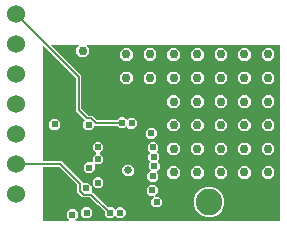
<source format=gbr>
G04 EAGLE Gerber X2 export*
%TF.Part,Single*%
%TF.FileFunction,Copper,L2,Inr,Mixed*%
%TF.FilePolarity,Positive*%
%TF.GenerationSoftware,Autodesk,EAGLE,9.0.0*%
%TF.CreationDate,2018-06-20T01:15:49Z*%
G75*
%MOMM*%
%FSLAX34Y34*%
%LPD*%
%AMOC8*
5,1,8,0,0,1.08239X$1,22.5*%
G01*
%ADD10C,1.524000*%
%ADD11C,0.609600*%
%ADD12C,0.152400*%
%ADD13C,0.660400*%
%ADD14C,2.250000*%
%ADD15C,0.756400*%
%ADD16C,0.706400*%
%ADD17C,0.254000*%

G36*
X21158Y-750D02*
X21158Y-750D01*
X21230Y-748D01*
X21279Y-730D01*
X21331Y-722D01*
X21394Y-688D01*
X21461Y-663D01*
X21502Y-631D01*
X21548Y-606D01*
X21597Y-554D01*
X21653Y-510D01*
X21681Y-466D01*
X21717Y-428D01*
X21747Y-363D01*
X21786Y-303D01*
X21799Y-252D01*
X21821Y-205D01*
X21829Y-134D01*
X21846Y-64D01*
X21842Y-12D01*
X21848Y39D01*
X21833Y110D01*
X21827Y181D01*
X21807Y229D01*
X21796Y280D01*
X21759Y341D01*
X21731Y407D01*
X21686Y463D01*
X21670Y491D01*
X21652Y506D01*
X21626Y538D01*
X19799Y2365D01*
X19799Y6154D01*
X22478Y8832D01*
X26266Y8832D01*
X28944Y6154D01*
X28944Y2365D01*
X27117Y538D01*
X27075Y480D01*
X27026Y428D01*
X27004Y381D01*
X26974Y339D01*
X26953Y270D01*
X26922Y205D01*
X26917Y153D01*
X26901Y103D01*
X26903Y32D01*
X26895Y-39D01*
X26906Y-90D01*
X26908Y-142D01*
X26932Y-210D01*
X26948Y-280D01*
X26974Y-325D01*
X26992Y-373D01*
X27037Y-429D01*
X27074Y-491D01*
X27113Y-525D01*
X27146Y-565D01*
X27206Y-604D01*
X27261Y-651D01*
X27309Y-670D01*
X27353Y-698D01*
X27422Y-716D01*
X27489Y-743D01*
X27560Y-751D01*
X27591Y-759D01*
X27615Y-757D01*
X27656Y-761D01*
X199316Y-761D01*
X199336Y-758D01*
X199355Y-760D01*
X199457Y-738D01*
X199559Y-722D01*
X199576Y-712D01*
X199596Y-708D01*
X199685Y-655D01*
X199776Y-606D01*
X199790Y-592D01*
X199807Y-582D01*
X199874Y-503D01*
X199946Y-428D01*
X199954Y-410D01*
X199967Y-395D01*
X200006Y-299D01*
X200049Y-205D01*
X200051Y-185D01*
X200059Y-167D01*
X200077Y0D01*
X200077Y147500D01*
X200074Y147520D01*
X200076Y147539D01*
X200054Y147641D01*
X200038Y147743D01*
X200028Y147760D01*
X200024Y147780D01*
X199971Y147869D01*
X199922Y147960D01*
X199908Y147974D01*
X199898Y147991D01*
X199819Y148058D01*
X199744Y148130D01*
X199726Y148138D01*
X199711Y148151D01*
X199615Y148190D01*
X199521Y148233D01*
X199501Y148235D01*
X199483Y148243D01*
X199316Y148261D01*
X37081Y148261D01*
X37011Y148250D01*
X36939Y148248D01*
X36890Y148230D01*
X36839Y148222D01*
X36775Y148188D01*
X36708Y148163D01*
X36667Y148131D01*
X36621Y148106D01*
X36572Y148055D01*
X36516Y148010D01*
X36488Y147966D01*
X36452Y147928D01*
X36422Y147863D01*
X36383Y147803D01*
X36370Y147752D01*
X36348Y147705D01*
X36340Y147634D01*
X36323Y147564D01*
X36327Y147512D01*
X36321Y147461D01*
X36336Y147390D01*
X36342Y147319D01*
X36362Y147271D01*
X36373Y147220D01*
X36410Y147159D01*
X36438Y147093D01*
X36483Y147037D01*
X36500Y147009D01*
X36517Y146994D01*
X36543Y146962D01*
X38307Y145198D01*
X38307Y140802D01*
X35198Y137693D01*
X30802Y137693D01*
X27693Y140802D01*
X27693Y145198D01*
X29457Y146962D01*
X29499Y147020D01*
X29548Y147072D01*
X29570Y147119D01*
X29600Y147161D01*
X29621Y147230D01*
X29652Y147295D01*
X29657Y147347D01*
X29673Y147397D01*
X29671Y147468D01*
X29679Y147539D01*
X29668Y147590D01*
X29666Y147642D01*
X29642Y147710D01*
X29627Y147780D01*
X29600Y147824D01*
X29582Y147873D01*
X29537Y147929D01*
X29500Y147991D01*
X29461Y148025D01*
X29428Y148065D01*
X29368Y148104D01*
X29313Y148151D01*
X29265Y148170D01*
X29221Y148198D01*
X29152Y148216D01*
X29085Y148243D01*
X29014Y148251D01*
X28983Y148259D01*
X28960Y148257D01*
X28919Y148261D01*
X7299Y148261D01*
X7228Y148250D01*
X7156Y148248D01*
X7107Y148230D01*
X7056Y148222D01*
X6993Y148188D01*
X6925Y148163D01*
X6884Y148131D01*
X6838Y148106D01*
X6789Y148055D01*
X6733Y148010D01*
X6705Y147966D01*
X6669Y147928D01*
X6639Y147863D01*
X6600Y147803D01*
X6587Y147752D01*
X6565Y147705D01*
X6557Y147634D01*
X6540Y147564D01*
X6544Y147512D01*
X6538Y147461D01*
X6554Y147390D01*
X6559Y147319D01*
X6579Y147271D01*
X6591Y147220D01*
X6627Y147159D01*
X6655Y147093D01*
X6700Y147037D01*
X6717Y147009D01*
X6735Y146994D01*
X6760Y146962D01*
X31937Y121785D01*
X31937Y94156D01*
X31952Y94066D01*
X31959Y93975D01*
X31972Y93946D01*
X31977Y93914D01*
X32019Y93833D01*
X32055Y93749D01*
X32081Y93717D01*
X32092Y93696D01*
X32115Y93674D01*
X32160Y93618D01*
X37459Y88319D01*
X37533Y88266D01*
X37602Y88207D01*
X37633Y88194D01*
X37659Y88176D01*
X37746Y88149D01*
X37831Y88115D01*
X37872Y88110D01*
X37894Y88103D01*
X37926Y88104D01*
X37997Y88096D01*
X41246Y88096D01*
X44805Y84537D01*
X44879Y84484D01*
X44948Y84424D01*
X44979Y84412D01*
X45005Y84394D01*
X45092Y84367D01*
X45177Y84333D01*
X45218Y84328D01*
X45240Y84321D01*
X45272Y84322D01*
X45343Y84314D01*
X62000Y84314D01*
X62090Y84329D01*
X62181Y84336D01*
X62211Y84349D01*
X62243Y84354D01*
X62323Y84397D01*
X62407Y84432D01*
X62439Y84458D01*
X62460Y84469D01*
X62482Y84492D01*
X62538Y84537D01*
X64601Y86600D01*
X68390Y86600D01*
X70076Y84914D01*
X70092Y84902D01*
X70105Y84886D01*
X70192Y84830D01*
X70276Y84770D01*
X70295Y84764D01*
X70312Y84753D01*
X70412Y84728D01*
X70511Y84698D01*
X70531Y84698D01*
X70550Y84693D01*
X70653Y84701D01*
X70757Y84704D01*
X70776Y84711D01*
X70795Y84712D01*
X70890Y84753D01*
X70988Y84788D01*
X71003Y84801D01*
X71022Y84809D01*
X71153Y84914D01*
X72492Y86253D01*
X76280Y86253D01*
X78959Y83574D01*
X78959Y79786D01*
X76280Y77107D01*
X72492Y77107D01*
X70805Y78794D01*
X70789Y78806D01*
X70777Y78821D01*
X70690Y78877D01*
X70606Y78938D01*
X70587Y78943D01*
X70570Y78954D01*
X70469Y78979D01*
X70371Y79010D01*
X70351Y79009D01*
X70331Y79014D01*
X70228Y79006D01*
X70125Y79004D01*
X70106Y78997D01*
X70086Y78995D01*
X69991Y78955D01*
X69894Y78919D01*
X69878Y78907D01*
X69860Y78899D01*
X69729Y78794D01*
X68390Y77455D01*
X64601Y77455D01*
X62538Y79518D01*
X62464Y79571D01*
X62395Y79630D01*
X62365Y79642D01*
X62339Y79661D01*
X62252Y79688D01*
X62167Y79722D01*
X62126Y79727D01*
X62103Y79734D01*
X62071Y79733D01*
X62000Y79741D01*
X43423Y79741D01*
X43404Y79737D01*
X43384Y79740D01*
X43283Y79718D01*
X43181Y79701D01*
X43163Y79692D01*
X43143Y79687D01*
X43054Y79634D01*
X42963Y79586D01*
X42949Y79571D01*
X42932Y79561D01*
X42865Y79482D01*
X42794Y79407D01*
X42785Y79389D01*
X42772Y79374D01*
X42734Y79278D01*
X42690Y79184D01*
X42688Y79165D01*
X42680Y79146D01*
X42662Y78979D01*
X42662Y78581D01*
X39983Y75903D01*
X36195Y75903D01*
X33517Y78581D01*
X33517Y82369D01*
X34690Y83543D01*
X34702Y83559D01*
X34718Y83572D01*
X34774Y83659D01*
X34834Y83743D01*
X34840Y83762D01*
X34851Y83779D01*
X34876Y83879D01*
X34906Y83978D01*
X34906Y83998D01*
X34911Y84017D01*
X34903Y84120D01*
X34900Y84224D01*
X34893Y84243D01*
X34892Y84263D01*
X34851Y84357D01*
X34816Y84455D01*
X34803Y84471D01*
X34795Y84489D01*
X34690Y84620D01*
X27364Y91947D01*
X27364Y119575D01*
X27349Y119665D01*
X27342Y119756D01*
X27329Y119786D01*
X27324Y119818D01*
X27281Y119899D01*
X27245Y119983D01*
X27220Y120015D01*
X27209Y120035D01*
X27185Y120058D01*
X27141Y120114D01*
X538Y146716D01*
X480Y146758D01*
X428Y146807D01*
X381Y146829D01*
X339Y146859D01*
X270Y146880D01*
X205Y146911D01*
X153Y146916D01*
X103Y146932D01*
X32Y146930D01*
X-39Y146938D01*
X-90Y146927D01*
X-142Y146925D01*
X-210Y146901D01*
X-280Y146886D01*
X-325Y146859D01*
X-373Y146841D01*
X-429Y146796D01*
X-491Y146759D01*
X-525Y146720D01*
X-565Y146687D01*
X-604Y146627D01*
X-651Y146572D01*
X-670Y146524D01*
X-698Y146480D01*
X-716Y146411D01*
X-743Y146344D01*
X-751Y146273D01*
X-759Y146242D01*
X-757Y146218D01*
X-761Y146178D01*
X-761Y50128D01*
X-758Y50108D01*
X-760Y50089D01*
X-738Y49987D01*
X-722Y49885D01*
X-712Y49868D01*
X-708Y49848D01*
X-655Y49759D01*
X-606Y49668D01*
X-592Y49654D01*
X-582Y49637D01*
X-503Y49570D01*
X-428Y49499D01*
X-410Y49490D01*
X-395Y49477D01*
X-299Y49439D01*
X-205Y49395D01*
X-185Y49393D01*
X-167Y49385D01*
X0Y49367D01*
X15087Y49367D01*
X33039Y31415D01*
X33051Y31384D01*
X33083Y31343D01*
X33108Y31297D01*
X33160Y31248D01*
X33204Y31192D01*
X33248Y31164D01*
X33286Y31128D01*
X33351Y31098D01*
X33411Y31059D01*
X33462Y31046D01*
X33509Y31024D01*
X33580Y31016D01*
X33650Y30999D01*
X33702Y31003D01*
X33753Y30997D01*
X33824Y31012D01*
X33895Y31018D01*
X33943Y31038D01*
X33994Y31049D01*
X34033Y31073D01*
X37894Y31073D01*
X40128Y28839D01*
X40186Y28797D01*
X40238Y28748D01*
X40285Y28726D01*
X40327Y28696D01*
X40396Y28674D01*
X40461Y28644D01*
X40513Y28639D01*
X40563Y28623D01*
X40573Y28623D01*
X40573Y24543D01*
X40554Y24484D01*
X40524Y24419D01*
X40519Y24367D01*
X40503Y24318D01*
X40505Y24246D01*
X40497Y24175D01*
X40508Y24124D01*
X40510Y24072D01*
X40534Y24004D01*
X40549Y23934D01*
X40576Y23890D01*
X40594Y23841D01*
X40639Y23785D01*
X40676Y23723D01*
X40715Y23689D01*
X40748Y23649D01*
X40808Y23610D01*
X40862Y23563D01*
X40910Y23544D01*
X41626Y22828D01*
X41636Y22821D01*
X41649Y22806D01*
X54686Y10828D01*
X54749Y10787D01*
X54806Y10738D01*
X54851Y10720D01*
X54892Y10693D01*
X54964Y10674D01*
X55034Y10646D01*
X55100Y10639D01*
X55130Y10631D01*
X55155Y10632D01*
X55201Y10627D01*
X58396Y10627D01*
X60200Y8822D01*
X60217Y8811D01*
X60229Y8795D01*
X60316Y8739D01*
X60400Y8679D01*
X60419Y8673D01*
X60436Y8662D01*
X60536Y8637D01*
X60635Y8607D01*
X60655Y8607D01*
X60675Y8602D01*
X60777Y8610D01*
X60881Y8613D01*
X60900Y8620D01*
X60920Y8621D01*
X61015Y8662D01*
X61112Y8697D01*
X61128Y8710D01*
X61146Y8718D01*
X61277Y8822D01*
X62796Y10341D01*
X66584Y10341D01*
X69262Y7662D01*
X69262Y3874D01*
X66584Y1196D01*
X62796Y1196D01*
X60991Y3000D01*
X60975Y3012D01*
X60962Y3028D01*
X60875Y3084D01*
X60791Y3144D01*
X60772Y3150D01*
X60755Y3161D01*
X60655Y3186D01*
X60556Y3216D01*
X60536Y3216D01*
X60517Y3221D01*
X60414Y3213D01*
X60310Y3210D01*
X60291Y3203D01*
X60271Y3202D01*
X60177Y3161D01*
X60079Y3126D01*
X60063Y3113D01*
X60045Y3105D01*
X59914Y3000D01*
X58396Y1482D01*
X54607Y1482D01*
X51929Y4161D01*
X51929Y6816D01*
X51911Y6922D01*
X51899Y7028D01*
X51892Y7043D01*
X51889Y7059D01*
X51839Y7154D01*
X51793Y7250D01*
X51780Y7265D01*
X51774Y7276D01*
X51752Y7297D01*
X51683Y7377D01*
X39382Y18679D01*
X39319Y18720D01*
X39261Y18769D01*
X39216Y18787D01*
X39176Y18814D01*
X39103Y18833D01*
X39033Y18861D01*
X38968Y18868D01*
X38938Y18876D01*
X38913Y18874D01*
X38867Y18879D01*
X32843Y18879D01*
X31281Y20442D01*
X29942Y21781D01*
X28379Y23343D01*
X28379Y29292D01*
X28365Y29382D01*
X28357Y29473D01*
X28345Y29502D01*
X28340Y29534D01*
X28297Y29615D01*
X28261Y29699D01*
X28235Y29731D01*
X28224Y29752D01*
X28201Y29774D01*
X28156Y29830D01*
X13416Y44570D01*
X13342Y44624D01*
X13272Y44683D01*
X13242Y44695D01*
X13216Y44714D01*
X13129Y44741D01*
X13044Y44775D01*
X13003Y44780D01*
X12981Y44786D01*
X12949Y44786D01*
X12878Y44793D01*
X0Y44793D01*
X-20Y44790D01*
X-39Y44792D01*
X-141Y44770D01*
X-243Y44754D01*
X-260Y44744D01*
X-280Y44740D01*
X-369Y44687D01*
X-460Y44639D01*
X-474Y44624D01*
X-491Y44614D01*
X-558Y44535D01*
X-630Y44460D01*
X-638Y44442D01*
X-651Y44427D01*
X-690Y44331D01*
X-733Y44237D01*
X-735Y44217D01*
X-743Y44199D01*
X-761Y44032D01*
X-761Y0D01*
X-758Y-20D01*
X-760Y-39D01*
X-738Y-141D01*
X-722Y-243D01*
X-712Y-260D01*
X-708Y-280D01*
X-655Y-369D01*
X-606Y-460D01*
X-592Y-474D01*
X-582Y-491D01*
X-503Y-558D01*
X-428Y-630D01*
X-410Y-638D01*
X-395Y-651D01*
X-299Y-690D01*
X-205Y-733D01*
X-185Y-735D01*
X-167Y-743D01*
X0Y-761D01*
X21088Y-761D01*
X21158Y-750D01*
G37*
%LPC*%
G36*
X137459Y2225D02*
X137459Y2225D01*
X132764Y4170D01*
X129170Y7764D01*
X127225Y12459D01*
X127225Y17541D01*
X129170Y22236D01*
X132764Y25830D01*
X137459Y27775D01*
X142541Y27775D01*
X147236Y25830D01*
X150830Y22236D01*
X152775Y17541D01*
X152775Y12459D01*
X150830Y7764D01*
X147236Y4170D01*
X142541Y2225D01*
X137459Y2225D01*
G37*
%LPD*%
%LPC*%
G36*
X90501Y32066D02*
X90501Y32066D01*
X87823Y34745D01*
X87823Y38533D01*
X90451Y41161D01*
X90462Y41177D01*
X90478Y41189D01*
X90534Y41277D01*
X90594Y41360D01*
X90600Y41379D01*
X90611Y41396D01*
X90636Y41497D01*
X90667Y41596D01*
X90666Y41615D01*
X90671Y41635D01*
X90663Y41738D01*
X90660Y41841D01*
X90653Y41860D01*
X90652Y41880D01*
X90612Y41975D01*
X90576Y42072D01*
X90563Y42088D01*
X90556Y42106D01*
X90451Y42237D01*
X89111Y43577D01*
X89111Y47365D01*
X90248Y48502D01*
X90260Y48518D01*
X90275Y48530D01*
X90331Y48617D01*
X90392Y48701D01*
X90398Y48720D01*
X90408Y48737D01*
X90434Y48838D01*
X90464Y48936D01*
X90464Y48956D01*
X90468Y48976D01*
X90460Y49079D01*
X90458Y49182D01*
X90451Y49201D01*
X90449Y49221D01*
X90409Y49316D01*
X90373Y49413D01*
X90361Y49429D01*
X90353Y49447D01*
X90248Y49578D01*
X88630Y51197D01*
X88630Y54985D01*
X89969Y56324D01*
X89981Y56340D01*
X89996Y56353D01*
X90052Y56440D01*
X90113Y56524D01*
X90118Y56543D01*
X90129Y56560D01*
X90155Y56660D01*
X90185Y56759D01*
X90184Y56779D01*
X90189Y56798D01*
X90181Y56901D01*
X90179Y57005D01*
X90172Y57024D01*
X90170Y57044D01*
X90130Y57138D01*
X90094Y57236D01*
X90082Y57252D01*
X90074Y57270D01*
X89969Y57401D01*
X88042Y59328D01*
X88042Y63116D01*
X90721Y65794D01*
X94509Y65794D01*
X97188Y63116D01*
X97188Y59328D01*
X95848Y57988D01*
X95837Y57972D01*
X95821Y57960D01*
X95765Y57872D01*
X95705Y57789D01*
X95699Y57770D01*
X95688Y57753D01*
X95663Y57652D01*
X95632Y57553D01*
X95633Y57534D01*
X95628Y57514D01*
X95636Y57411D01*
X95639Y57308D01*
X95646Y57289D01*
X95647Y57269D01*
X95688Y57174D01*
X95723Y57077D01*
X95736Y57061D01*
X95744Y57043D01*
X95848Y56912D01*
X97775Y54985D01*
X97775Y51197D01*
X96638Y50060D01*
X96627Y50044D01*
X96611Y50031D01*
X96555Y49944D01*
X96495Y49860D01*
X96489Y49841D01*
X96478Y49824D01*
X96453Y49724D01*
X96422Y49625D01*
X96423Y49605D01*
X96418Y49586D01*
X96426Y49483D01*
X96429Y49379D01*
X96436Y49360D01*
X96437Y49341D01*
X96478Y49246D01*
X96513Y49148D01*
X96526Y49133D01*
X96534Y49114D01*
X96638Y48983D01*
X98257Y47365D01*
X98257Y43577D01*
X95629Y40949D01*
X95617Y40933D01*
X95602Y40920D01*
X95546Y40833D01*
X95485Y40749D01*
X95480Y40730D01*
X95469Y40713D01*
X95443Y40613D01*
X95413Y40514D01*
X95414Y40494D01*
X95409Y40475D01*
X95417Y40372D01*
X95419Y40268D01*
X95426Y40249D01*
X95428Y40229D01*
X95468Y40134D01*
X95504Y40037D01*
X95516Y40021D01*
X95524Y40003D01*
X95629Y39872D01*
X96968Y38533D01*
X96968Y34745D01*
X94290Y32066D01*
X90501Y32066D01*
G37*
%LPD*%
%LPC*%
G36*
X36606Y39427D02*
X36606Y39427D01*
X33927Y42106D01*
X33927Y45894D01*
X36606Y48573D01*
X40666Y48573D01*
X40686Y48576D01*
X40705Y48574D01*
X40807Y48596D01*
X40909Y48612D01*
X40926Y48622D01*
X40946Y48626D01*
X41035Y48679D01*
X41126Y48728D01*
X41140Y48742D01*
X41157Y48752D01*
X41224Y48831D01*
X41296Y48906D01*
X41304Y48924D01*
X41317Y48939D01*
X41356Y49035D01*
X41399Y49129D01*
X41401Y49149D01*
X41409Y49167D01*
X41427Y49334D01*
X41427Y53394D01*
X43995Y55962D01*
X44007Y55978D01*
X44022Y55990D01*
X44078Y56078D01*
X44138Y56161D01*
X44144Y56180D01*
X44155Y56197D01*
X44180Y56298D01*
X44211Y56397D01*
X44210Y56416D01*
X44215Y56436D01*
X44207Y56539D01*
X44204Y56642D01*
X44198Y56661D01*
X44196Y56681D01*
X44156Y56776D01*
X44120Y56873D01*
X44107Y56889D01*
X44100Y56907D01*
X43995Y57038D01*
X41427Y59606D01*
X41427Y63394D01*
X44106Y66073D01*
X47894Y66073D01*
X50573Y63394D01*
X50573Y59606D01*
X48005Y57038D01*
X47993Y57022D01*
X47978Y57010D01*
X47922Y56922D01*
X47862Y56839D01*
X47856Y56820D01*
X47845Y56803D01*
X47820Y56702D01*
X47789Y56603D01*
X47790Y56584D01*
X47785Y56564D01*
X47793Y56461D01*
X47796Y56358D01*
X47802Y56339D01*
X47804Y56319D01*
X47844Y56224D01*
X47880Y56127D01*
X47893Y56111D01*
X47900Y56093D01*
X48005Y55962D01*
X50573Y53394D01*
X50573Y49606D01*
X47894Y46927D01*
X43834Y46927D01*
X43814Y46924D01*
X43795Y46926D01*
X43693Y46904D01*
X43591Y46888D01*
X43574Y46878D01*
X43554Y46874D01*
X43465Y46821D01*
X43374Y46772D01*
X43360Y46758D01*
X43343Y46748D01*
X43276Y46669D01*
X43204Y46594D01*
X43196Y46576D01*
X43183Y46561D01*
X43144Y46465D01*
X43101Y46371D01*
X43099Y46351D01*
X43091Y46333D01*
X43073Y46166D01*
X43073Y42106D01*
X40394Y39427D01*
X36606Y39427D01*
G37*
%LPD*%
%LPC*%
G36*
X93663Y10340D02*
X93663Y10340D01*
X90985Y13018D01*
X90985Y16807D01*
X93147Y18969D01*
X93189Y19027D01*
X93238Y19079D01*
X93260Y19126D01*
X93290Y19168D01*
X93312Y19237D01*
X93342Y19302D01*
X93347Y19354D01*
X93363Y19404D01*
X93361Y19475D01*
X93369Y19546D01*
X93358Y19597D01*
X93356Y19649D01*
X93332Y19717D01*
X93317Y19787D01*
X93290Y19832D01*
X93272Y19880D01*
X93227Y19936D01*
X93190Y19998D01*
X93151Y20032D01*
X93118Y20072D01*
X93058Y20111D01*
X93004Y20158D01*
X92955Y20177D01*
X92911Y20205D01*
X92842Y20223D01*
X92775Y20250D01*
X92704Y20258D01*
X92673Y20266D01*
X92650Y20264D01*
X92609Y20268D01*
X90189Y20268D01*
X87510Y22947D01*
X87510Y26735D01*
X90189Y29414D01*
X93977Y29414D01*
X96656Y26735D01*
X96656Y22947D01*
X94494Y20785D01*
X94452Y20727D01*
X94403Y20675D01*
X94381Y20627D01*
X94350Y20585D01*
X94329Y20517D01*
X94299Y20452D01*
X94293Y20400D01*
X94278Y20350D01*
X94280Y20278D01*
X94272Y20207D01*
X94283Y20156D01*
X94284Y20104D01*
X94309Y20037D01*
X94324Y19967D01*
X94351Y19922D01*
X94369Y19873D01*
X94414Y19817D01*
X94450Y19756D01*
X94490Y19722D01*
X94522Y19681D01*
X94583Y19642D01*
X94637Y19596D01*
X94686Y19576D01*
X94729Y19548D01*
X94799Y19531D01*
X94865Y19504D01*
X94937Y19496D01*
X94968Y19488D01*
X94991Y19490D01*
X95032Y19485D01*
X97452Y19485D01*
X100130Y16807D01*
X100130Y13018D01*
X97452Y10340D01*
X93663Y10340D01*
G37*
%LPD*%
%LPC*%
G36*
X107802Y134693D02*
X107802Y134693D01*
X104693Y137802D01*
X104693Y142198D01*
X107802Y145307D01*
X112198Y145307D01*
X115307Y142198D01*
X115307Y137802D01*
X112198Y134693D01*
X107802Y134693D01*
G37*
%LPD*%
%LPC*%
G36*
X87802Y134693D02*
X87802Y134693D01*
X84693Y137802D01*
X84693Y142198D01*
X87802Y145307D01*
X92198Y145307D01*
X95307Y142198D01*
X95307Y137802D01*
X92198Y134693D01*
X87802Y134693D01*
G37*
%LPD*%
%LPC*%
G36*
X67802Y134693D02*
X67802Y134693D01*
X64693Y137802D01*
X64693Y142198D01*
X67802Y145307D01*
X72198Y145307D01*
X75307Y142198D01*
X75307Y137802D01*
X72198Y134693D01*
X67802Y134693D01*
G37*
%LPD*%
%LPC*%
G36*
X187802Y114693D02*
X187802Y114693D01*
X184693Y117802D01*
X184693Y122198D01*
X187802Y125307D01*
X192198Y125307D01*
X195307Y122198D01*
X195307Y117802D01*
X192198Y114693D01*
X187802Y114693D01*
G37*
%LPD*%
%LPC*%
G36*
X87802Y114693D02*
X87802Y114693D01*
X84693Y117802D01*
X84693Y122198D01*
X87802Y125307D01*
X92198Y125307D01*
X95307Y122198D01*
X95307Y117802D01*
X92198Y114693D01*
X87802Y114693D01*
G37*
%LPD*%
%LPC*%
G36*
X107802Y114693D02*
X107802Y114693D01*
X104693Y117802D01*
X104693Y122198D01*
X107802Y125307D01*
X112198Y125307D01*
X115307Y122198D01*
X115307Y117802D01*
X112198Y114693D01*
X107802Y114693D01*
G37*
%LPD*%
%LPC*%
G36*
X127802Y114693D02*
X127802Y114693D01*
X124693Y117802D01*
X124693Y122198D01*
X127802Y125307D01*
X132198Y125307D01*
X135307Y122198D01*
X135307Y117802D01*
X132198Y114693D01*
X127802Y114693D01*
G37*
%LPD*%
%LPC*%
G36*
X167802Y114693D02*
X167802Y114693D01*
X164693Y117802D01*
X164693Y122198D01*
X167802Y125307D01*
X172198Y125307D01*
X175307Y122198D01*
X175307Y117802D01*
X172198Y114693D01*
X167802Y114693D01*
G37*
%LPD*%
%LPC*%
G36*
X67802Y114693D02*
X67802Y114693D01*
X64693Y117802D01*
X64693Y122198D01*
X67802Y125307D01*
X72198Y125307D01*
X75307Y122198D01*
X75307Y117802D01*
X72198Y114693D01*
X67802Y114693D01*
G37*
%LPD*%
%LPC*%
G36*
X147802Y114693D02*
X147802Y114693D01*
X144693Y117802D01*
X144693Y122198D01*
X147802Y125307D01*
X152198Y125307D01*
X155307Y122198D01*
X155307Y117802D01*
X152198Y114693D01*
X147802Y114693D01*
G37*
%LPD*%
%LPC*%
G36*
X187802Y94693D02*
X187802Y94693D01*
X184693Y97802D01*
X184693Y102198D01*
X187802Y105307D01*
X192198Y105307D01*
X195307Y102198D01*
X195307Y97802D01*
X192198Y94693D01*
X187802Y94693D01*
G37*
%LPD*%
%LPC*%
G36*
X147802Y94693D02*
X147802Y94693D01*
X144693Y97802D01*
X144693Y102198D01*
X147802Y105307D01*
X152198Y105307D01*
X155307Y102198D01*
X155307Y97802D01*
X152198Y94693D01*
X147802Y94693D01*
G37*
%LPD*%
%LPC*%
G36*
X127802Y94693D02*
X127802Y94693D01*
X124693Y97802D01*
X124693Y102198D01*
X127802Y105307D01*
X132198Y105307D01*
X135307Y102198D01*
X135307Y97802D01*
X132198Y94693D01*
X127802Y94693D01*
G37*
%LPD*%
%LPC*%
G36*
X107802Y94693D02*
X107802Y94693D01*
X104693Y97802D01*
X104693Y102198D01*
X107802Y105307D01*
X112198Y105307D01*
X115307Y102198D01*
X115307Y97802D01*
X112198Y94693D01*
X107802Y94693D01*
G37*
%LPD*%
%LPC*%
G36*
X167802Y94693D02*
X167802Y94693D01*
X164693Y97802D01*
X164693Y102198D01*
X167802Y105307D01*
X172198Y105307D01*
X175307Y102198D01*
X175307Y97802D01*
X172198Y94693D01*
X167802Y94693D01*
G37*
%LPD*%
%LPC*%
G36*
X187802Y74693D02*
X187802Y74693D01*
X184693Y77802D01*
X184693Y82198D01*
X187802Y85307D01*
X192198Y85307D01*
X195307Y82198D01*
X195307Y77802D01*
X192198Y74693D01*
X187802Y74693D01*
G37*
%LPD*%
%LPC*%
G36*
X167802Y74693D02*
X167802Y74693D01*
X164693Y77802D01*
X164693Y82198D01*
X167802Y85307D01*
X172198Y85307D01*
X175307Y82198D01*
X175307Y77802D01*
X172198Y74693D01*
X167802Y74693D01*
G37*
%LPD*%
%LPC*%
G36*
X147802Y74693D02*
X147802Y74693D01*
X144693Y77802D01*
X144693Y82198D01*
X147802Y85307D01*
X152198Y85307D01*
X155307Y82198D01*
X155307Y77802D01*
X152198Y74693D01*
X147802Y74693D01*
G37*
%LPD*%
%LPC*%
G36*
X127802Y74693D02*
X127802Y74693D01*
X124693Y77802D01*
X124693Y82198D01*
X127802Y85307D01*
X132198Y85307D01*
X135307Y82198D01*
X135307Y77802D01*
X132198Y74693D01*
X127802Y74693D01*
G37*
%LPD*%
%LPC*%
G36*
X107802Y74693D02*
X107802Y74693D01*
X104693Y77802D01*
X104693Y82198D01*
X107802Y85307D01*
X112198Y85307D01*
X115307Y82198D01*
X115307Y77802D01*
X112198Y74693D01*
X107802Y74693D01*
G37*
%LPD*%
%LPC*%
G36*
X167802Y134693D02*
X167802Y134693D01*
X164693Y137802D01*
X164693Y142198D01*
X167802Y145307D01*
X172198Y145307D01*
X175307Y142198D01*
X175307Y137802D01*
X172198Y134693D01*
X167802Y134693D01*
G37*
%LPD*%
%LPC*%
G36*
X187802Y134693D02*
X187802Y134693D01*
X184693Y137802D01*
X184693Y142198D01*
X187802Y145307D01*
X192198Y145307D01*
X195307Y142198D01*
X195307Y137802D01*
X192198Y134693D01*
X187802Y134693D01*
G37*
%LPD*%
%LPC*%
G36*
X127802Y134693D02*
X127802Y134693D01*
X124693Y137802D01*
X124693Y142198D01*
X127802Y145307D01*
X132198Y145307D01*
X135307Y142198D01*
X135307Y137802D01*
X132198Y134693D01*
X127802Y134693D01*
G37*
%LPD*%
%LPC*%
G36*
X147802Y134693D02*
X147802Y134693D01*
X144693Y137802D01*
X144693Y142198D01*
X147802Y145307D01*
X152198Y145307D01*
X155307Y142198D01*
X155307Y137802D01*
X152198Y134693D01*
X147802Y134693D01*
G37*
%LPD*%
%LPC*%
G36*
X187802Y54693D02*
X187802Y54693D01*
X184693Y57802D01*
X184693Y62198D01*
X187802Y65307D01*
X192198Y65307D01*
X195307Y62198D01*
X195307Y57802D01*
X192198Y54693D01*
X187802Y54693D01*
G37*
%LPD*%
%LPC*%
G36*
X167802Y54693D02*
X167802Y54693D01*
X164693Y57802D01*
X164693Y62198D01*
X167802Y65307D01*
X172198Y65307D01*
X175307Y62198D01*
X175307Y57802D01*
X172198Y54693D01*
X167802Y54693D01*
G37*
%LPD*%
%LPC*%
G36*
X147802Y54693D02*
X147802Y54693D01*
X144693Y57802D01*
X144693Y62198D01*
X147802Y65307D01*
X152198Y65307D01*
X155307Y62198D01*
X155307Y57802D01*
X152198Y54693D01*
X147802Y54693D01*
G37*
%LPD*%
%LPC*%
G36*
X127802Y54693D02*
X127802Y54693D01*
X124693Y57802D01*
X124693Y62198D01*
X127802Y65307D01*
X132198Y65307D01*
X135307Y62198D01*
X135307Y57802D01*
X132198Y54693D01*
X127802Y54693D01*
G37*
%LPD*%
%LPC*%
G36*
X107802Y54693D02*
X107802Y54693D01*
X104693Y57802D01*
X104693Y62198D01*
X107802Y65307D01*
X112198Y65307D01*
X115307Y62198D01*
X115307Y57802D01*
X112198Y54693D01*
X107802Y54693D01*
G37*
%LPD*%
%LPC*%
G36*
X127802Y34693D02*
X127802Y34693D01*
X124693Y37802D01*
X124693Y42198D01*
X127802Y45307D01*
X132198Y45307D01*
X135307Y42198D01*
X135307Y37802D01*
X132198Y34693D01*
X127802Y34693D01*
G37*
%LPD*%
%LPC*%
G36*
X107802Y34693D02*
X107802Y34693D01*
X104693Y37802D01*
X104693Y42198D01*
X107802Y45307D01*
X112198Y45307D01*
X115307Y42198D01*
X115307Y37802D01*
X112198Y34693D01*
X107802Y34693D01*
G37*
%LPD*%
%LPC*%
G36*
X187802Y34693D02*
X187802Y34693D01*
X184693Y37802D01*
X184693Y42198D01*
X187802Y45307D01*
X192198Y45307D01*
X195307Y42198D01*
X195307Y37802D01*
X192198Y34693D01*
X187802Y34693D01*
G37*
%LPD*%
%LPC*%
G36*
X167802Y34693D02*
X167802Y34693D01*
X164693Y37802D01*
X164693Y42198D01*
X167802Y45307D01*
X172198Y45307D01*
X175307Y42198D01*
X175307Y37802D01*
X172198Y34693D01*
X167802Y34693D01*
G37*
%LPD*%
%LPC*%
G36*
X147802Y34693D02*
X147802Y34693D01*
X144693Y37802D01*
X144693Y42198D01*
X147802Y45307D01*
X152198Y45307D01*
X155307Y42198D01*
X155307Y37802D01*
X152198Y34693D01*
X147802Y34693D01*
G37*
%LPD*%
%LPC*%
G36*
X69493Y36888D02*
X69493Y36888D01*
X66666Y39716D01*
X66666Y43715D01*
X69493Y46542D01*
X73492Y46542D01*
X76319Y43715D01*
X76319Y39716D01*
X73492Y36888D01*
X69493Y36888D01*
G37*
%LPD*%
%LPC*%
G36*
X44106Y26927D02*
X44106Y26927D01*
X41872Y29161D01*
X41814Y29203D01*
X41762Y29252D01*
X41715Y29274D01*
X41673Y29304D01*
X41604Y29326D01*
X41539Y29356D01*
X41487Y29361D01*
X41437Y29377D01*
X41427Y29377D01*
X41427Y33394D01*
X44106Y36073D01*
X47894Y36073D01*
X50573Y33394D01*
X50573Y29606D01*
X47894Y26927D01*
X44106Y26927D01*
G37*
%LPD*%
%LPC*%
G36*
X89072Y68425D02*
X89072Y68425D01*
X86394Y71104D01*
X86394Y74892D01*
X89072Y77570D01*
X92860Y77570D01*
X95539Y74892D01*
X95539Y71104D01*
X92860Y68425D01*
X89072Y68425D01*
G37*
%LPD*%
%LPC*%
G36*
X7418Y76059D02*
X7418Y76059D01*
X4739Y78738D01*
X4739Y82526D01*
X7418Y85205D01*
X11206Y85205D01*
X13885Y82526D01*
X13885Y78738D01*
X11206Y76059D01*
X7418Y76059D01*
G37*
%LPD*%
%LPC*%
G36*
X34468Y1484D02*
X34468Y1484D01*
X31789Y4162D01*
X31789Y7951D01*
X34468Y10629D01*
X38256Y10629D01*
X40935Y7951D01*
X40935Y4162D01*
X38256Y1484D01*
X34468Y1484D01*
G37*
%LPD*%
D10*
X-23592Y174080D03*
X-23592Y148680D03*
X-23592Y123280D03*
X-23592Y97880D03*
X-23592Y72480D03*
X-23592Y47080D03*
X-23592Y21680D03*
D11*
X90966Y72998D03*
X38089Y80475D03*
X9312Y80632D03*
X66495Y82027D03*
D12*
X40299Y85809D02*
X36735Y85809D01*
X29650Y92894D01*
X44081Y82027D02*
X66495Y82027D01*
X44081Y82027D02*
X40299Y85809D01*
X29650Y92894D02*
X29650Y120838D01*
X-23592Y174080D01*
D11*
X74386Y81680D03*
X93684Y45471D03*
X93202Y53091D03*
X92615Y61222D03*
X64690Y5768D03*
X92396Y36639D03*
D13*
X71492Y41715D03*
D11*
X46000Y61500D03*
X46000Y51500D03*
X38500Y44000D03*
X46000Y31500D03*
X36000Y26500D03*
X95558Y14913D03*
X36362Y6057D03*
X24372Y4260D03*
D14*
X140000Y15000D03*
D15*
X33000Y143000D03*
X70000Y140000D03*
X90000Y140000D03*
X110000Y140000D03*
X130000Y140000D03*
X150000Y140000D03*
X170000Y140000D03*
X190000Y140000D03*
X70000Y120000D03*
X90000Y120000D03*
X110000Y120000D03*
X130000Y120000D03*
X150000Y120000D03*
X170000Y120000D03*
X190000Y120000D03*
X190000Y100000D03*
X190000Y80000D03*
X170000Y100000D03*
X110000Y100000D03*
X130000Y100000D03*
X150000Y100000D03*
X150000Y80000D03*
X130000Y80000D03*
X110000Y80000D03*
X110000Y60000D03*
X130000Y60000D03*
X150000Y60000D03*
X170000Y60000D03*
X170000Y80000D03*
X190000Y60000D03*
X190000Y40000D03*
X170000Y40000D03*
X150000Y40000D03*
X130000Y40000D03*
X110000Y40000D03*
X14651Y17935D03*
X6585Y17628D03*
D16*
X85493Y12696D03*
D11*
X90593Y3822D03*
D17*
X17392Y123171D02*
X17283Y123280D01*
D15*
X11000Y57397D03*
X12835Y120835D03*
D11*
X48613Y4541D03*
X77104Y5134D03*
D14*
X185000Y15000D03*
D12*
X49514Y4541D02*
X48613Y4541D01*
D11*
X56502Y6055D03*
D12*
X14140Y47080D02*
X-23592Y47080D01*
X30666Y24291D02*
X33791Y21166D01*
X40054Y21166D02*
X56502Y6055D01*
X30666Y30554D02*
X14140Y47080D01*
X33791Y21166D02*
X40054Y21166D01*
X30666Y24291D02*
X30666Y30554D01*
D11*
X92083Y24841D03*
M02*

</source>
